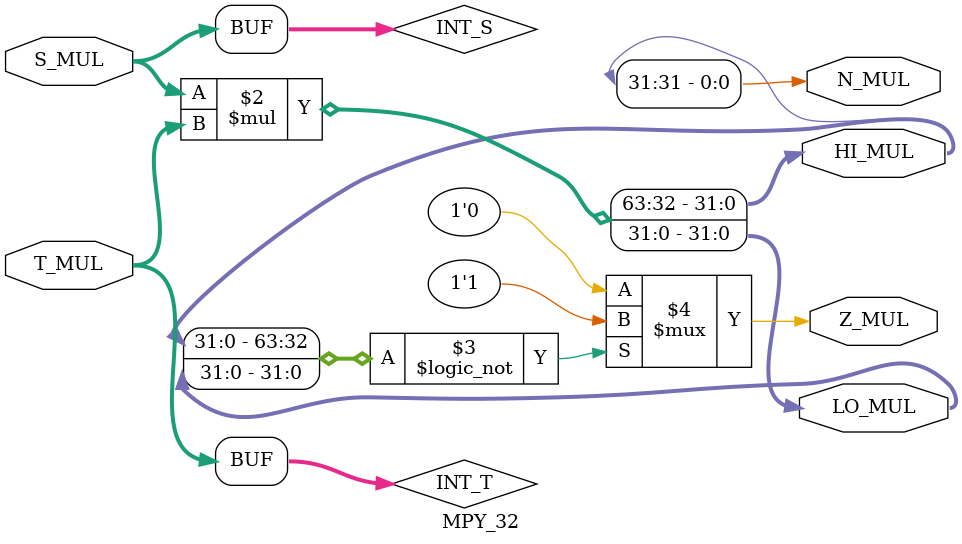
<source format=v>
`timescale 1ns / 1ps
/***************************************************************************
*
* Author: 	TrieuVy Le
* Filename: MPY_32
* Date: 	Feb. 26, 2019
* Version:	1
*
* Notes:    The MUL module yields a 64-bit product {Y_LO, Y_HI}
*				N status flags is solely dependent on the MSB of the 64-bit product
*				Z status flags is also dependent on the content of the 64-bit product 
***************************************************************************/
module MPY_32(S_MUL, T_MUL, HI_MUL, LO_MUL, N_MUL, Z_MUL);
	
	input      [31:0] S_MUL, T_MUL;
	output reg [31:0] HI_MUL, LO_MUL;
	output reg 			N_MUL, Z_MUL;
	
	// Integers used to cast signed operations
	integer 	  INT_S, INT_T;
	
	/***********************************************************************
	* Combinational logic, cast integers to be used for MUL and DIV operations
	* due to the signs of MSB so we account for
	* The operation yields a 64-bit product assigned to the concatenation of
	* Y_HI and Y_LO
	***********************************************************************/
	always @(*) begin
	
		INT_S = S_MUL;
		INT_T = T_MUL;
			
		{HI_MUL, LO_MUL} = INT_S * INT_T;
		
		/************************************************************************
		* Quotient = Y_LO, Remainder = Y_HI
		* Update the Negative status flag based on the MSB bit of the bus
		* Update the Zero status flag if variable content is all 0 -> 1'b0 
		************************************************************************/
		N_MUL = HI_MUL[31];
		Z_MUL = ({HI_MUL, LO_MUL} == 64'b0) ? 1'b1 : 1'b0;
	end
endmodule

</source>
